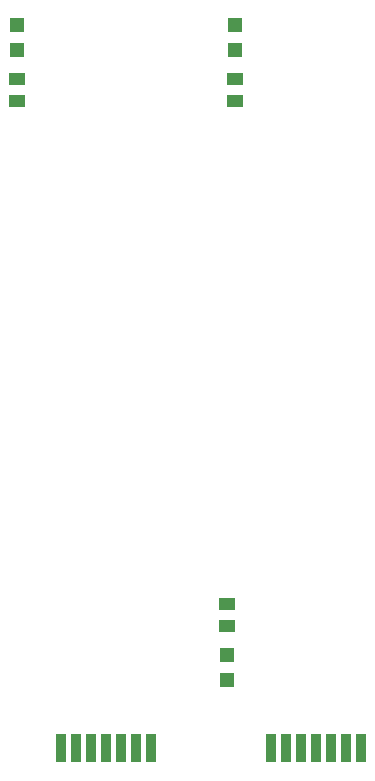
<source format=gbr>
G04*
G04 #@! TF.GenerationSoftware,Altium Limited,Altium Designer,22.11.1 (43)*
G04*
G04 Layer_Color=8421504*
%FSLAX44Y44*%
%MOMM*%
G71*
G04*
G04 #@! TF.SameCoordinates,A02E6F09-B365-49D6-8537-B30C210521C3*
G04*
G04*
G04 #@! TF.FilePolarity,Positive*
G04*
G01*
G75*
%ADD13R,1.4082X1.0065*%
%ADD14R,1.2000X1.2000*%
%ADD15R,0.9000X2.4000*%
D13*
X850900Y968391D02*
D03*
Y987409D02*
D03*
X844550Y542909D02*
D03*
Y523891D02*
D03*
X666750Y968391D02*
D03*
Y987409D02*
D03*
D14*
X850900Y1011850D02*
D03*
Y1032850D02*
D03*
X844550Y499450D02*
D03*
Y478450D02*
D03*
X666750Y1011850D02*
D03*
Y1032850D02*
D03*
D15*
X958050Y420800D02*
D03*
X945350D02*
D03*
X932650D02*
D03*
X919950D02*
D03*
X907250D02*
D03*
X894550D02*
D03*
X881850D02*
D03*
X780250D02*
D03*
X767550D02*
D03*
X754850D02*
D03*
X742150D02*
D03*
X729450D02*
D03*
X716750D02*
D03*
X704050D02*
D03*
M02*

</source>
